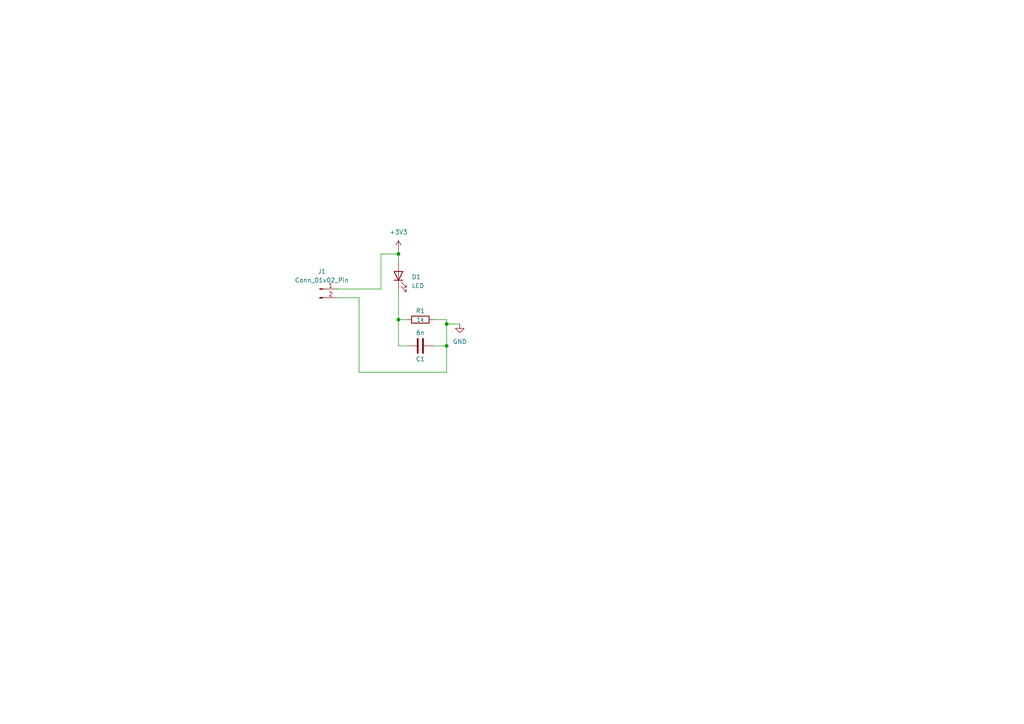
<source format=kicad_sch>
(kicad_sch (version 20230121) (generator eeschema)

  (uuid cd5ceee6-a154-4203-98a0-7ff656fb7663)

  (paper "A4")

  (lib_symbols
    (symbol "Connector:Conn_01x02_Pin" (pin_names (offset 1.016) hide) (in_bom yes) (on_board yes)
      (property "Reference" "J" (at 0 2.54 0)
        (effects (font (size 1.27 1.27)))
      )
      (property "Value" "Conn_01x02_Pin" (at 0 -5.08 0)
        (effects (font (size 1.27 1.27)))
      )
      (property "Footprint" "" (at 0 0 0)
        (effects (font (size 1.27 1.27)) hide)
      )
      (property "Datasheet" "~" (at 0 0 0)
        (effects (font (size 1.27 1.27)) hide)
      )
      (property "ki_locked" "" (at 0 0 0)
        (effects (font (size 1.27 1.27)))
      )
      (property "ki_keywords" "connector" (at 0 0 0)
        (effects (font (size 1.27 1.27)) hide)
      )
      (property "ki_description" "Generic connector, single row, 01x02, script generated" (at 0 0 0)
        (effects (font (size 1.27 1.27)) hide)
      )
      (property "ki_fp_filters" "Connector*:*_1x??_*" (at 0 0 0)
        (effects (font (size 1.27 1.27)) hide)
      )
      (symbol "Conn_01x02_Pin_1_1"
        (polyline
          (pts
            (xy 1.27 -2.54)
            (xy 0.8636 -2.54)
          )
          (stroke (width 0.1524) (type default))
          (fill (type none))
        )
        (polyline
          (pts
            (xy 1.27 0)
            (xy 0.8636 0)
          )
          (stroke (width 0.1524) (type default))
          (fill (type none))
        )
        (rectangle (start 0.8636 -2.413) (end 0 -2.667)
          (stroke (width 0.1524) (type default))
          (fill (type outline))
        )
        (rectangle (start 0.8636 0.127) (end 0 -0.127)
          (stroke (width 0.1524) (type default))
          (fill (type outline))
        )
        (pin passive line (at 5.08 0 180) (length 3.81)
          (name "Pin_1" (effects (font (size 1.27 1.27))))
          (number "1" (effects (font (size 1.27 1.27))))
        )
        (pin passive line (at 5.08 -2.54 180) (length 3.81)
          (name "Pin_2" (effects (font (size 1.27 1.27))))
          (number "2" (effects (font (size 1.27 1.27))))
        )
      )
    )
    (symbol "Device:C" (pin_numbers hide) (pin_names (offset 0.254)) (in_bom yes) (on_board yes)
      (property "Reference" "C" (at 0.635 2.54 0)
        (effects (font (size 1.27 1.27)) (justify left))
      )
      (property "Value" "C" (at 0.635 -2.54 0)
        (effects (font (size 1.27 1.27)) (justify left))
      )
      (property "Footprint" "" (at 0.9652 -3.81 0)
        (effects (font (size 1.27 1.27)) hide)
      )
      (property "Datasheet" "~" (at 0 0 0)
        (effects (font (size 1.27 1.27)) hide)
      )
      (property "ki_keywords" "cap capacitor" (at 0 0 0)
        (effects (font (size 1.27 1.27)) hide)
      )
      (property "ki_description" "Unpolarized capacitor" (at 0 0 0)
        (effects (font (size 1.27 1.27)) hide)
      )
      (property "ki_fp_filters" "C_*" (at 0 0 0)
        (effects (font (size 1.27 1.27)) hide)
      )
      (symbol "C_0_1"
        (polyline
          (pts
            (xy -2.032 -0.762)
            (xy 2.032 -0.762)
          )
          (stroke (width 0.508) (type default))
          (fill (type none))
        )
        (polyline
          (pts
            (xy -2.032 0.762)
            (xy 2.032 0.762)
          )
          (stroke (width 0.508) (type default))
          (fill (type none))
        )
      )
      (symbol "C_1_1"
        (pin passive line (at 0 3.81 270) (length 2.794)
          (name "~" (effects (font (size 1.27 1.27))))
          (number "1" (effects (font (size 1.27 1.27))))
        )
        (pin passive line (at 0 -3.81 90) (length 2.794)
          (name "~" (effects (font (size 1.27 1.27))))
          (number "2" (effects (font (size 1.27 1.27))))
        )
      )
    )
    (symbol "Device:LED" (pin_numbers hide) (pin_names (offset 1.016) hide) (in_bom yes) (on_board yes)
      (property "Reference" "D" (at 0 2.54 0)
        (effects (font (size 1.27 1.27)))
      )
      (property "Value" "LED" (at 0 -2.54 0)
        (effects (font (size 1.27 1.27)))
      )
      (property "Footprint" "" (at 0 0 0)
        (effects (font (size 1.27 1.27)) hide)
      )
      (property "Datasheet" "~" (at 0 0 0)
        (effects (font (size 1.27 1.27)) hide)
      )
      (property "ki_keywords" "LED diode" (at 0 0 0)
        (effects (font (size 1.27 1.27)) hide)
      )
      (property "ki_description" "Light emitting diode" (at 0 0 0)
        (effects (font (size 1.27 1.27)) hide)
      )
      (property "ki_fp_filters" "LED* LED_SMD:* LED_THT:*" (at 0 0 0)
        (effects (font (size 1.27 1.27)) hide)
      )
      (symbol "LED_0_1"
        (polyline
          (pts
            (xy -1.27 -1.27)
            (xy -1.27 1.27)
          )
          (stroke (width 0.254) (type default))
          (fill (type none))
        )
        (polyline
          (pts
            (xy -1.27 0)
            (xy 1.27 0)
          )
          (stroke (width 0) (type default))
          (fill (type none))
        )
        (polyline
          (pts
            (xy 1.27 -1.27)
            (xy 1.27 1.27)
            (xy -1.27 0)
            (xy 1.27 -1.27)
          )
          (stroke (width 0.254) (type default))
          (fill (type none))
        )
        (polyline
          (pts
            (xy -3.048 -0.762)
            (xy -4.572 -2.286)
            (xy -3.81 -2.286)
            (xy -4.572 -2.286)
            (xy -4.572 -1.524)
          )
          (stroke (width 0) (type default))
          (fill (type none))
        )
        (polyline
          (pts
            (xy -1.778 -0.762)
            (xy -3.302 -2.286)
            (xy -2.54 -2.286)
            (xy -3.302 -2.286)
            (xy -3.302 -1.524)
          )
          (stroke (width 0) (type default))
          (fill (type none))
        )
      )
      (symbol "LED_1_1"
        (pin passive line (at -3.81 0 0) (length 2.54)
          (name "K" (effects (font (size 1.27 1.27))))
          (number "1" (effects (font (size 1.27 1.27))))
        )
        (pin passive line (at 3.81 0 180) (length 2.54)
          (name "A" (effects (font (size 1.27 1.27))))
          (number "2" (effects (font (size 1.27 1.27))))
        )
      )
    )
    (symbol "Device:R" (pin_numbers hide) (pin_names (offset 0)) (in_bom yes) (on_board yes)
      (property "Reference" "R" (at 2.032 0 90)
        (effects (font (size 1.27 1.27)))
      )
      (property "Value" "R" (at 0 0 90)
        (effects (font (size 1.27 1.27)))
      )
      (property "Footprint" "" (at -1.778 0 90)
        (effects (font (size 1.27 1.27)) hide)
      )
      (property "Datasheet" "~" (at 0 0 0)
        (effects (font (size 1.27 1.27)) hide)
      )
      (property "ki_keywords" "R res resistor" (at 0 0 0)
        (effects (font (size 1.27 1.27)) hide)
      )
      (property "ki_description" "Resistor" (at 0 0 0)
        (effects (font (size 1.27 1.27)) hide)
      )
      (property "ki_fp_filters" "R_*" (at 0 0 0)
        (effects (font (size 1.27 1.27)) hide)
      )
      (symbol "R_0_1"
        (rectangle (start -1.016 -2.54) (end 1.016 2.54)
          (stroke (width 0.254) (type default))
          (fill (type none))
        )
      )
      (symbol "R_1_1"
        (pin passive line (at 0 3.81 270) (length 1.27)
          (name "~" (effects (font (size 1.27 1.27))))
          (number "1" (effects (font (size 1.27 1.27))))
        )
        (pin passive line (at 0 -3.81 90) (length 1.27)
          (name "~" (effects (font (size 1.27 1.27))))
          (number "2" (effects (font (size 1.27 1.27))))
        )
      )
    )
    (symbol "power:+3V3" (power) (pin_names (offset 0)) (in_bom yes) (on_board yes)
      (property "Reference" "#PWR" (at 0 -3.81 0)
        (effects (font (size 1.27 1.27)) hide)
      )
      (property "Value" "+3V3" (at 0 3.556 0)
        (effects (font (size 1.27 1.27)))
      )
      (property "Footprint" "" (at 0 0 0)
        (effects (font (size 1.27 1.27)) hide)
      )
      (property "Datasheet" "" (at 0 0 0)
        (effects (font (size 1.27 1.27)) hide)
      )
      (property "ki_keywords" "global power" (at 0 0 0)
        (effects (font (size 1.27 1.27)) hide)
      )
      (property "ki_description" "Power symbol creates a global label with name \"+3V3\"" (at 0 0 0)
        (effects (font (size 1.27 1.27)) hide)
      )
      (symbol "+3V3_0_1"
        (polyline
          (pts
            (xy -0.762 1.27)
            (xy 0 2.54)
          )
          (stroke (width 0) (type default))
          (fill (type none))
        )
        (polyline
          (pts
            (xy 0 0)
            (xy 0 2.54)
          )
          (stroke (width 0) (type default))
          (fill (type none))
        )
        (polyline
          (pts
            (xy 0 2.54)
            (xy 0.762 1.27)
          )
          (stroke (width 0) (type default))
          (fill (type none))
        )
      )
      (symbol "+3V3_1_1"
        (pin power_in line (at 0 0 90) (length 0) hide
          (name "+3V3" (effects (font (size 1.27 1.27))))
          (number "1" (effects (font (size 1.27 1.27))))
        )
      )
    )
    (symbol "power:GND" (power) (pin_names (offset 0)) (in_bom yes) (on_board yes)
      (property "Reference" "#PWR" (at 0 -6.35 0)
        (effects (font (size 1.27 1.27)) hide)
      )
      (property "Value" "GND" (at 0 -3.81 0)
        (effects (font (size 1.27 1.27)))
      )
      (property "Footprint" "" (at 0 0 0)
        (effects (font (size 1.27 1.27)) hide)
      )
      (property "Datasheet" "" (at 0 0 0)
        (effects (font (size 1.27 1.27)) hide)
      )
      (property "ki_keywords" "global power" (at 0 0 0)
        (effects (font (size 1.27 1.27)) hide)
      )
      (property "ki_description" "Power symbol creates a global label with name \"GND\" , ground" (at 0 0 0)
        (effects (font (size 1.27 1.27)) hide)
      )
      (symbol "GND_0_1"
        (polyline
          (pts
            (xy 0 0)
            (xy 0 -1.27)
            (xy 1.27 -1.27)
            (xy 0 -2.54)
            (xy -1.27 -1.27)
            (xy 0 -1.27)
          )
          (stroke (width 0) (type default))
          (fill (type none))
        )
      )
      (symbol "GND_1_1"
        (pin power_in line (at 0 0 270) (length 0) hide
          (name "GND" (effects (font (size 1.27 1.27))))
          (number "1" (effects (font (size 1.27 1.27))))
        )
      )
    )
  )

  (junction (at 115.57 73.66) (diameter 0) (color 0 0 0 0)
    (uuid 15e5b47f-3b0e-43e3-b79d-4cc64b7ba02e)
  )
  (junction (at 115.57 92.71) (diameter 0) (color 0 0 0 0)
    (uuid 2185ab8d-6d04-4873-9ad2-088fb8d5ef46)
  )
  (junction (at 129.54 100.33) (diameter 0) (color 0 0 0 0)
    (uuid c9eae16c-b1c0-48e3-af05-66d5c3229e75)
  )
  (junction (at 129.54 93.98) (diameter 0) (color 0 0 0 0)
    (uuid ee7bc4c4-82db-4029-b758-2a3cb5febbd9)
  )

  (wire (pts (xy 115.57 92.71) (xy 118.11 92.71))
    (stroke (width 0) (type default))
    (uuid 0383c939-5095-4259-aa65-7ab8a09ceae1)
  )
  (wire (pts (xy 104.14 86.36) (xy 104.14 107.95))
    (stroke (width 0) (type default))
    (uuid 0ea82a36-52e1-4e95-833c-dac670c8a386)
  )
  (wire (pts (xy 129.54 93.98) (xy 133.35 93.98))
    (stroke (width 0) (type default))
    (uuid 18db36f8-f7ef-4e15-9855-6b1d81a19cbf)
  )
  (wire (pts (xy 97.79 83.82) (xy 110.49 83.82))
    (stroke (width 0) (type default))
    (uuid 20c29a44-7a4a-4c28-97bc-a74bdb97f1e3)
  )
  (wire (pts (xy 125.73 92.71) (xy 129.54 92.71))
    (stroke (width 0) (type default))
    (uuid 44041d2e-3944-4de4-ab1b-27f500394557)
  )
  (wire (pts (xy 129.54 92.71) (xy 129.54 93.98))
    (stroke (width 0) (type default))
    (uuid 557f315c-eae9-4254-9f71-fbf2f9b20e60)
  )
  (wire (pts (xy 118.11 100.33) (xy 115.57 100.33))
    (stroke (width 0) (type default))
    (uuid 754893e6-36af-4c50-95dc-6ecda716b9dd)
  )
  (wire (pts (xy 115.57 100.33) (xy 115.57 92.71))
    (stroke (width 0) (type default))
    (uuid 897b29fa-9ef6-45dc-af57-fdcc18ba11bc)
  )
  (wire (pts (xy 129.54 100.33) (xy 129.54 107.95))
    (stroke (width 0) (type default))
    (uuid aabde8bc-d59f-42a6-9ba3-e8f3ef30fcfb)
  )
  (wire (pts (xy 115.57 83.82) (xy 115.57 92.71))
    (stroke (width 0) (type default))
    (uuid ab17924d-bf19-4963-bcfc-03a5d688159b)
  )
  (wire (pts (xy 97.79 86.36) (xy 104.14 86.36))
    (stroke (width 0) (type default))
    (uuid c742a51f-f2cd-4965-9ed9-94b663afc5fa)
  )
  (wire (pts (xy 125.73 100.33) (xy 129.54 100.33))
    (stroke (width 0) (type default))
    (uuid c7c31377-a43a-498f-bc22-f50b3448c2ae)
  )
  (wire (pts (xy 115.57 72.39) (xy 115.57 73.66))
    (stroke (width 0) (type default))
    (uuid cd9803cf-ed34-428f-bca4-07f96c684f53)
  )
  (wire (pts (xy 110.49 83.82) (xy 110.49 73.66))
    (stroke (width 0) (type default))
    (uuid e508677e-ab34-4970-8007-6f7bd73d1a1b)
  )
  (wire (pts (xy 104.14 107.95) (xy 129.54 107.95))
    (stroke (width 0) (type default))
    (uuid e6619701-e66b-4b3c-8a76-17986a2f1801)
  )
  (wire (pts (xy 115.57 73.66) (xy 115.57 76.2))
    (stroke (width 0) (type default))
    (uuid edc6b825-e3a3-409c-8a94-226b2353b770)
  )
  (wire (pts (xy 110.49 73.66) (xy 115.57 73.66))
    (stroke (width 0) (type default))
    (uuid f22f4e36-ec24-4c25-8712-287cbd07d775)
  )
  (wire (pts (xy 129.54 93.98) (xy 129.54 100.33))
    (stroke (width 0) (type default))
    (uuid fd6937bd-810f-4242-b17f-7eadb3d062c5)
  )

  (symbol (lib_id "power:+3V3") (at 115.57 72.39 0) (unit 1)
    (in_bom yes) (on_board yes) (dnp no) (fields_autoplaced)
    (uuid 593f36b6-83a5-403b-82c2-ae7bb6f9ab05)
    (property "Reference" "#PWR01" (at 115.57 76.2 0)
      (effects (font (size 1.27 1.27)) hide)
    )
    (property "Value" "+3V3" (at 115.57 67.31 0)
      (effects (font (size 1.27 1.27)))
    )
    (property "Footprint" "" (at 115.57 72.39 0)
      (effects (font (size 1.27 1.27)) hide)
    )
    (property "Datasheet" "" (at 115.57 72.39 0)
      (effects (font (size 1.27 1.27)) hide)
    )
    (pin "1" (uuid a4823a4e-1bcb-4a47-9064-136ae0fe07f1))
    (instances
      (project "Cadlab_tester"
        (path "/cd5ceee6-a154-4203-98a0-7ff656fb7663"
          (reference "#PWR01") (unit 1)
        )
      )
    )
  )

  (symbol (lib_id "Device:LED") (at 115.57 80.01 90) (unit 1)
    (in_bom yes) (on_board yes) (dnp no) (fields_autoplaced)
    (uuid 78fe9f02-e0a9-4f7d-bcec-02bff5b5d390)
    (property "Reference" "D1" (at 119.38 80.3275 90)
      (effects (font (size 1.27 1.27)) (justify right))
    )
    (property "Value" "LED" (at 119.38 82.8675 90)
      (effects (font (size 1.27 1.27)) (justify right))
    )
    (property "Footprint" "LED_SMD:LED_2512_6332Metric" (at 115.57 80.01 0)
      (effects (font (size 1.27 1.27)) hide)
    )
    (property "Datasheet" "~" (at 115.57 80.01 0)
      (effects (font (size 1.27 1.27)) hide)
    )
    (pin "1" (uuid 7f74a972-1c20-48c0-9170-233d43313d71))
    (pin "2" (uuid 8c6097c1-c110-45b1-852c-fb0b2bdda312))
    (instances
      (project "Cadlab_tester"
        (path "/cd5ceee6-a154-4203-98a0-7ff656fb7663"
          (reference "D1") (unit 1)
        )
      )
    )
  )

  (symbol (lib_id "Device:C") (at 121.92 100.33 90) (unit 1)
    (in_bom yes) (on_board yes) (dnp no)
    (uuid 85873c6b-ec15-42a8-9c3d-65f234892893)
    (property "Reference" "C1" (at 121.92 104.14 90)
      (effects (font (size 1.27 1.27)))
    )
    (property "Value" "6n" (at 121.92 96.52 90)
      (effects (font (size 1.27 1.27)))
    )
    (property "Footprint" "" (at 125.73 99.3648 0)
      (effects (font (size 1.27 1.27)) hide)
    )
    (property "Datasheet" "~" (at 121.92 100.33 0)
      (effects (font (size 1.27 1.27)) hide)
    )
    (pin "1" (uuid 00969ce3-5d7d-40ca-abcb-3a8ecb5349d1))
    (pin "2" (uuid f1adbda5-428b-4a98-9efc-93590f99db50))
    (instances
      (project "Cadlab_tester"
        (path "/cd5ceee6-a154-4203-98a0-7ff656fb7663"
          (reference "C1") (unit 1)
        )
      )
    )
  )

  (symbol (lib_id "Device:R") (at 121.92 92.71 90) (unit 1)
    (in_bom yes) (on_board yes) (dnp no)
    (uuid 976fe18f-38c9-4c9d-a723-c22969116d9a)
    (property "Reference" "R1" (at 121.92 90.17 90)
      (effects (font (size 1.27 1.27)))
    )
    (property "Value" "1k" (at 121.92 92.71 90)
      (effects (font (size 1.27 1.27)))
    )
    (property "Footprint" "Resistor_SMD:R_MELF_MMB-0207" (at 121.92 94.488 90)
      (effects (font (size 1.27 1.27)) hide)
    )
    (property "Datasheet" "~" (at 121.92 92.71 0)
      (effects (font (size 1.27 1.27)) hide)
    )
    (pin "1" (uuid 5e63e951-991a-408e-afbc-dc4c91edc912))
    (pin "2" (uuid 31d89e0c-8f70-4394-9ee9-812190cc6f18))
    (instances
      (project "Cadlab_tester"
        (path "/cd5ceee6-a154-4203-98a0-7ff656fb7663"
          (reference "R1") (unit 1)
        )
      )
    )
  )

  (symbol (lib_id "Connector:Conn_01x02_Pin") (at 92.71 83.82 0) (unit 1)
    (in_bom yes) (on_board yes) (dnp no) (fields_autoplaced)
    (uuid e9e3cc58-fe4d-4957-b248-cbed86a6b1d1)
    (property "Reference" "J1" (at 93.345 78.74 0)
      (effects (font (size 1.27 1.27)))
    )
    (property "Value" "Conn_01x02_Pin" (at 93.345 81.28 0)
      (effects (font (size 1.27 1.27)))
    )
    (property "Footprint" "Connector_Molex:Molex_Micro-Fit_3.0_43650-0221_1x02_P3.00mm_Vertical" (at 92.71 83.82 0)
      (effects (font (size 1.27 1.27)) hide)
    )
    (property "Datasheet" "~" (at 92.71 83.82 0)
      (effects (font (size 1.27 1.27)) hide)
    )
    (pin "1" (uuid 7c9ac1e1-3867-4592-82df-56a2029c191f))
    (pin "2" (uuid abe5e4fb-845a-4257-a42e-10e12e8e117e))
    (instances
      (project "Cadlab_tester"
        (path "/cd5ceee6-a154-4203-98a0-7ff656fb7663"
          (reference "J1") (unit 1)
        )
      )
    )
  )

  (symbol (lib_id "power:GND") (at 133.35 93.98 0) (unit 1)
    (in_bom yes) (on_board yes) (dnp no) (fields_autoplaced)
    (uuid ebb7f3fb-ea0e-4532-aeba-f6940281ea03)
    (property "Reference" "#PWR02" (at 133.35 100.33 0)
      (effects (font (size 1.27 1.27)) hide)
    )
    (property "Value" "GND" (at 133.35 99.06 0)
      (effects (font (size 1.27 1.27)))
    )
    (property "Footprint" "" (at 133.35 93.98 0)
      (effects (font (size 1.27 1.27)) hide)
    )
    (property "Datasheet" "" (at 133.35 93.98 0)
      (effects (font (size 1.27 1.27)) hide)
    )
    (pin "1" (uuid 3fe24a02-fbe3-4baf-9fdd-9cfb7db9bfc6))
    (instances
      (project "Cadlab_tester"
        (path "/cd5ceee6-a154-4203-98a0-7ff656fb7663"
          (reference "#PWR02") (unit 1)
        )
      )
    )
  )

  (sheet_instances
    (path "/" (page "1"))
  )
)

</source>
